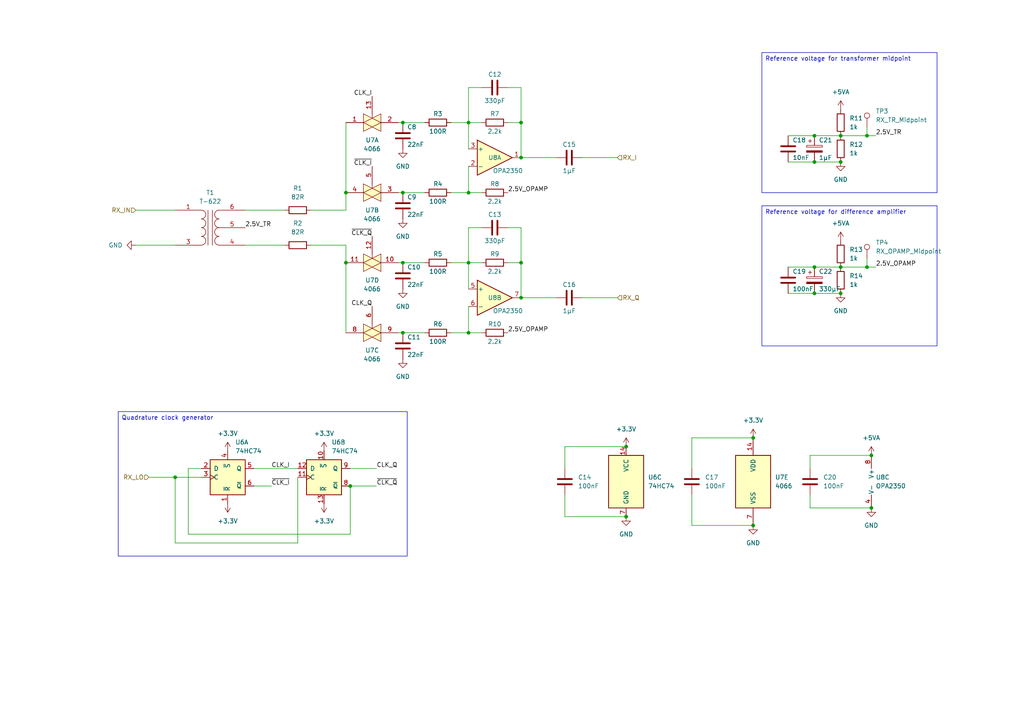
<source format=kicad_sch>
(kicad_sch (version 20231120) (generator "eeschema") (generator_version "8.0")
  (paper "A4")
  (lib_symbols
    (symbol "4xxx:4066" (pin_names (offset 1.016))
      (property "Reference" "U" (at -7.62 8.89 0))
      (property "Value" "4066" (at -7.62 -8.89 0))
      (symbol "4066_1_0"
        (polyline (pts (xy 0 1.27) (xy 0 2.54)) (stroke (width 0.1524)))
        (polyline (pts (xy -2.54 0) (xy 2.54 2.54) (xy 2.54 -2.54) (xy -2.54 0)) (fill (type background)))
        (polyline (pts (xy -2.54 2.54) (xy 2.54 0) (xy -2.54 -2.54) (xy -2.54 2.54)) (fill (type background)))
        (pin passive line (at -7.62 0 0) (length 5.08) (name "~") (number "1"))
        (pin input line (at 0 7.62 270) (length 5.08) (name "~") (number "13"))
        (pin passive line (at 7.62 0 180) (length 5.08) (name "~") (number "2"))
      )
      (symbol "4066_2_0"
        (polyline (pts (xy 0 1.27) (xy 0 2.54)) (stroke (width 0.1524)))
        (polyline (pts (xy -2.54 0) (xy 2.54 2.54) (xy 2.54 -2.54) (xy -2.54 0)) (fill (type background)))
        (polyline (pts (xy -2.54 2.54) (xy 2.54 0) (xy -2.54 -2.54) (xy -2.54 2.54)) (fill (type background)))
        (pin passive line (at 7.62 0 180) (length 5.08) (name "~") (number "3"))
        (pin passive line (at -7.62 0 0) (length 5.08) (name "~") (number "4"))
        (pin input line (at 0 7.62 270) (length 5.08) (name "~") (number "5"))
      )
      (symbol "4066_3_0"
        (polyline (pts (xy 0 1.27) (xy 0 2.54)) (stroke (width 0.1524)))
        (polyline (pts (xy -2.54 0) (xy 2.54 2.54) (xy 2.54 -2.54) (xy -2.54 0)) (fill (type background)))
        (polyline (pts (xy -2.54 2.54) (xy 2.54 0) (xy -2.54 -2.54) (xy -2.54 2.54)) (fill (type background)))
        (pin input line (at 0 7.62 270) (length 5.08) (name "~") (number "6"))
        (pin passive line (at -7.62 0 0) (length 5.08) (name "~") (number "8"))
        (pin passive line (at 7.62 0 180) (length 5.08) (name "~") (number "9"))
      )
      (symbol "4066_4_0"
        (polyline (pts (xy 0 1.27) (xy 0 2.54)) (stroke (width 0.1524)))
        (polyline (pts (xy -2.54 0) (xy 2.54 2.54) (xy 2.54 -2.54) (xy -2.54 0)) (fill (type background)))
        (polyline (pts (xy -2.54 2.54) (xy 2.54 0) (xy -2.54 -2.54) (xy -2.54 2.54)) (fill (type background)))
        (pin passive line (at 7.62 0 180) (length 5.08) (name "~") (number "10"))
        (pin passive line (at -7.62 0 0) (length 5.08) (name "~") (number "11"))
        (pin input line (at 0 7.62 270) (length 5.08) (name "~") (number "12"))
      )
      (symbol "4066_5_0"
        (pin power_in line (at 0 12.7 270) (length 5.08) (name "VDD") (number "14"))
        (pin power_in line (at 0 -12.7 90) (length 5.08) (name "VSS") (number "7"))
      )
      (symbol "4066_5_1"
        (rectangle (start -5.08 7.62) (end 5.08 -7.62) (stroke (width 0.254)) (fill (type background)))
      )
    )
    (symbol "74xx:74HC74" (pin_names (offset 1.016))
      (property "Reference" "U" (at -7.62 8.89 0))
      (property "Value" "74HC74" (at -7.62 -8.89 0))
      (symbol "74HC74_1_0"
        (pin input line (at 0 -7.62 90) (length 2.54) (name "~{R}") (number "1"))
        (pin input line (at -7.62 2.54 0) (length 2.54) (name "D") (number "2"))
        (pin input clock (at -7.62 0 0) (length 2.54) (name "C") (number "3"))
        (pin input line (at 0 7.62 270) (length 2.54) (name "~{S}") (number "4"))
        (pin output line (at 7.62 2.54 180) (length 2.54) (name "Q") (number "5"))
        (pin output line (at 7.62 -2.54 180) (length 2.54) (name "~{Q}") (number "6"))
      )
      (symbol "74HC74_1_1"
        (rectangle (start -5.08 5.08) (end 5.08 -5.08) (stroke (width 0.254)) (fill (type background)))
      )
      (symbol "74HC74_2_0"
        (pin input line (at 0 7.62 270) (length 2.54) (name "~{S}") (number "10"))
        (pin input clock (at -7.62 0 0) (length 2.54) (name "C") (number "11"))
        (pin input line (at -7.62 2.54 0) (length 2.54) (name "D") (number "12"))
        (pin input line (at 0 -7.62 90) (length 2.54) (name "~{R}") (number "13"))
        (pin output line (at 7.62 -2.54 180) (length 2.54) (name "~{Q}") (number "8"))
        (pin output line (at 7.62 2.54 180) (length 2.54) (name "Q") (number "9"))
      )
      (symbol "74HC74_2_1"
        (rectangle (start -5.08 5.08) (end 5.08 -5.08) (stroke (width 0.254)) (fill (type background)))
      )
      (symbol "74HC74_3_0"
        (pin power_in line (at 0 10.16 270) (length 2.54) (name "VCC") (number "14"))
        (pin power_in line (at 0 -10.16 90) (length 2.54) (name "GND") (number "7"))
      )
      (symbol "74HC74_3_1"
        (rectangle (start -5.08 7.62) (end 5.08 -7.62) (stroke (width 0.254)) (fill (type background)))
      )
    )
    (symbol "Amplifier_Operational:OPA2340" (pin_names (offset 0.127))
      (property "Reference" "U" (at 0 5.08 0))
      (property "Value" "OPA2340" (at 0 -5.08 0))
      (symbol "OPA2340_1_1"
        (polyline (pts (xy -5.08 5.08) (xy 5.08 0) (xy -5.08 -5.08) (xy -5.08 5.08)) (stroke (width 0.254)) (fill (type background)))
        (pin output line (at 7.62 0 180) (length 2.54) (name "~") (number "1"))
        (pin input line (at -7.62 -2.54 0) (length 2.54) (name "-") (number "2"))
        (pin input line (at -7.62 2.54 0) (length 2.54) (name "+") (number "3"))
      )
      (symbol "OPA2340_2_1"
        (polyline (pts (xy -5.08 5.08) (xy 5.08 0) (xy -5.08 -5.08) (xy -5.08 5.08)) (stroke (width 0.254)) (fill (type background)))
        (pin input line (at -7.62 2.54 0) (length 2.54) (name "+") (number "5"))
        (pin input line (at -7.62 -2.54 0) (length 2.54) (name "-") (number "6"))
        (pin output line (at 7.62 0 180) (length 2.54) (name "~") (number "7"))
      )
      (symbol "OPA2340_3_1"
        (pin power_in line (at -2.54 -7.62 90) (length 3.81) (name "V-") (number "4"))
        (pin power_in line (at -2.54 7.62 270) (length 3.81) (name "V+") (number "8"))
      )
    )
    (symbol "Connector:TestPoint" (pin_numbers hide) (pin_names (offset 0.762) hide)
      (property "Reference" "TP" (at 0 6.858 0))
      (property "Value" "TestPoint" (at 0 5.08 0))
      (symbol "TestPoint_0_1"
        (circle (center 0 3.302) (radius 0.762))
      )
      (symbol "TestPoint_1_1"
        (pin passive line (at 0 0 90) (length 2.54) (name "1") (number "1"))
      )
    )
    (symbol "Device:C" (pin_numbers hide) (pin_names (offset 0.254))
      (property "Reference" "C" (at 0.635 2.54 0))
      (property "Value" "C" (at 0.635 -2.54 0))
      (symbol "C_0_1"
        (polyline (pts (xy -2.032 -0.762) (xy 2.032 -0.762)) (stroke (width 0.508)))
        (polyline (pts (xy -2.032 0.762) (xy 2.032 0.762)) (stroke (width 0.508)))
      )
      (symbol "C_1_1"
        (pin passive line (at 0 3.81 270) (length 2.794) (name "~") (number "1"))
        (pin passive line (at 0 -3.81 90) (length 2.794) (name "~") (number "2"))
      )
    )
    (symbol "Device:C_Polarized" (pin_numbers hide) (pin_names (offset 0.254))
      (property "Reference" "C" (at 0.635 2.54 0))
      (property "Value" "C_Polarized" (at 0.635 -2.54 0))
      (symbol "C_Polarized_0_1"
        (rectangle (start -2.286 0.508) (end 2.286 1.016))
        (polyline (pts (xy -1.778 2.286) (xy -0.762 2.286)))
        (polyline (pts (xy -1.27 2.794) (xy -1.27 1.778)))
        (rectangle (start 2.286 -0.508) (end -2.286 -1.016) (fill (type outline)))
      )
      (symbol "C_Polarized_1_1"
        (pin passive line (at 0 3.81 270) (length 2.794) (name "~") (number "1"))
        (pin passive line (at 0 -3.81 90) (length 2.794) (name "~") (number "2"))
      )
    )
    (symbol "Device:R" (pin_numbers hide) (pin_names (offset 0))
      (property "Reference" "R" (at 2.032 0 90))
      (property "Value" "R" (at 0 0 90))
      (symbol "R_0_1"
        (rectangle (start -1.016 -2.54) (end 1.016 2.54) (stroke (width 0.254)))
      )
      (symbol "R_1_1"
        (pin passive line (at 0 3.81 270) (length 1.27) (name "~") (number "1"))
        (pin passive line (at 0 -3.81 90) (length 1.27) (name "~") (number "2"))
      )
    )
    (symbol "pico-sdx:Transformer_ADT1-6T+" (pin_names (offset 1.016) hide)
      (property "Reference" "T1" (at 0.0127 10.16 0))
      (property "Value" "ADT1-6T+" (at 0.0127 7.62 0))
      (symbol "Transformer_ADT1-6T+_0_1"
        (arc (start -2.54 -5.0546) (mid -1.6599 -4.6901) (end -1.27 -3.81))
        (arc (start -2.54 -2.5146) (mid -1.6599 -2.1501) (end -1.27 -1.27))
        (arc (start -2.54 0.0254) (mid -1.6599 0.3899) (end -1.27 1.27))
        (arc (start -2.54 2.5654) (mid -1.6599 2.9299) (end -1.27 3.81))
        (arc (start -1.27 -3.81) (mid -1.642 -2.912) (end -2.54 -2.54))
        (arc (start -1.27 -1.27) (mid -1.642 -0.372) (end -2.54 0))
        (arc (start -1.27 1.27) (mid -1.642 2.168) (end -2.54 2.54))
        (arc (start -1.27 3.81) (mid -1.642 4.708) (end -2.54 5.08))
        (polyline (pts (xy -0.635 5.08) (xy -0.635 -5.08)))
        (polyline (pts (xy 0.635 -5.08) (xy 0.635 5.08)))
        (arc (start 1.2954 -1.27) (mid 1.6599 -2.1501) (end 2.54 -2.5146))
        (arc (start 1.2954 1.27) (mid 1.6599 0.3899) (end 2.54 0.0254))
        (arc (start 1.2954 3.81) (mid 1.6599 2.9299) (end 2.54 2.5654))
        (arc (start 1.3208 -3.81) (mid 1.6853 -4.6901) (end 2.5654 -5.0546))
        (arc (start 2.54 0) (mid 1.642 -0.372) (end 1.2954 -1.27))
        (arc (start 2.54 2.54) (mid 1.642 2.168) (end 1.2954 1.27))
        (arc (start 2.54 5.08) (mid 1.642 4.708) (end 1.2954 3.81))
        (arc (start 2.5654 -2.54) (mid 1.6674 -2.912) (end 1.3208 -3.81))
      )
      (symbol "Transformer_ADT1-6T+_1_1"
        (pin passive line (at -10.16 5.08 0) (length 7.62) (name "Primary") (number "1"))
        (pin no_connect line (at -10.16 0 0) (length 7.62) hide (name "Not_used") (number "2"))
        (pin passive line (at -10.16 -5.08 0) (length 7.62) (name "Primary_dot") (number "3"))
        (pin passive line (at 10.16 -5.08 180) (length 7.62) (name "Secondary_dot") (number "4"))
        (pin passive line (at 10.16 0 180) (length 7.62) (name "Secondary_CT") (number "5"))
        (pin passive line (at 10.16 5.08 180) (length 7.62) (name "Secondary_dot") (number "6"))
      )
    )
    (symbol "power:+3.3V" (power) (pin_numbers hide) (pin_names (offset 0) hide)
      (property "Value" "+3.3V" (at 0 3.556 0))
      (symbol "+3.3V_0_1"
        (polyline (pts (xy -0.762 1.27) (xy 0 2.54)))
        (polyline (pts (xy 0 0) (xy 0 2.54)))
        (polyline (pts (xy 0 2.54) (xy 0.762 1.27)))
      )
      (symbol "+3.3V_1_1"
        (pin power_in line (at 0 0 90) (length 0) (name "~") (number "1"))
      )
    )
    (symbol "power:+5VA" (power) (pin_numbers hide) (pin_names (offset 0) hide)
      (property "Value" "+5VA" (at 0 3.556 0))
      (symbol "+5VA_0_1"
        (polyline (pts (xy -0.762 1.27) (xy 0 2.54)))
        (polyline (pts (xy 0 0) (xy 0 2.54)))
        (polyline (pts (xy 0 2.54) (xy 0.762 1.27)))
      )
      (symbol "+5VA_1_1"
        (pin power_in line (at 0 0 90) (length 0) (name "~") (number "1"))
      )
    )
    (symbol "power:GND" (power) (pin_numbers hide) (pin_names (offset 0) hide)
      (property "Value" "GND" (at 0 -3.81 0))
      (symbol "GND_0_1"
        (polyline (pts (xy 0 0) (xy 0 -1.27) (xy 1.27 -1.27) (xy 0 -2.54) (xy -1.27 -1.27) (xy 0 -1.27)))
      )
      (symbol "GND_1_1"
        (pin power_in line (at 0 0 270) (length 0) (name "~") (number "1"))
      )
    )
  )
  (junction (at 181.61 149.86))
  (junction (at 236.22 46.99))
  (junction (at 243.84 46.99))
  (junction (at 135.89 35.56))
  (junction (at 151.13 86.36))
  (junction (at 135.89 76.2))
  (junction (at 236.22 39.37))
  (junction (at 243.84 85.09))
  (junction (at 116.84 35.56))
  (junction (at 236.22 85.09))
  (junction (at 218.44 127))
  (junction (at 252.73 147.32))
  (junction (at 218.44 152.4))
  (junction (at 100.33 76.2))
  (junction (at 243.84 39.37))
  (junction (at 135.89 55.88))
  (junction (at 151.13 76.2))
  (junction (at 151.13 35.56))
  (junction (at 251.46 77.47))
  (junction (at 181.61 129.54))
  (junction (at 50.8 138.43))
  (junction (at 116.84 96.52))
  (junction (at 151.13 45.72))
  (junction (at 116.84 76.2))
  (junction (at 116.84 55.88))
  (junction (at 236.22 77.47))
  (junction (at 252.73 132.08))
  (junction (at 135.89 96.52))
  (junction (at 100.33 55.88))
  (junction (at 251.46 39.37))
  (junction (at 101.6 140.97))
  (junction (at 243.84 77.47))
  (wire (pts (xy 163.83 129.54) (xy 181.61 129.54)))
  (wire (pts (xy 200.66 127) (xy 200.66 135.89)))
  (wire (pts (xy 234.95 132.08) (xy 234.95 135.89)))
  (wire (pts (xy 236.22 85.09) (xy 243.84 85.09)))
  (wire (pts (xy 161.29 45.72) (xy 151.13 45.72)))
  (wire (pts (xy 73.66 140.97) (xy 78.74 140.97)))
  (wire (pts (xy 50.8 138.43) (xy 50.8 157.48)))
  (wire (pts (xy 135.89 35.56) (xy 135.89 43.18)))
  (wire (pts (xy 234.95 147.32) (xy 252.73 147.32)))
  (wire (pts (xy 39.37 60.96) (xy 50.8 60.96)))
  (wire (pts (xy 151.13 76.2) (xy 151.13 86.36)))
  (wire (pts (xy 82.55 71.12) (xy 71.12 71.12)))
  (wire (pts (xy 228.6 85.09) (xy 236.22 85.09)))
  (wire (pts (xy 130.81 35.56) (xy 135.89 35.56)))
  (wire (pts (xy 228.6 46.99) (xy 236.22 46.99)))
  (wire (pts (xy 115.57 35.56) (xy 116.84 35.56)))
  (wire (pts (xy 151.13 66.04) (xy 151.13 76.2)))
  (wire (pts (xy 115.57 55.88) (xy 116.84 55.88)))
  (wire (pts (xy 135.89 96.52) (xy 139.7 96.52)))
  (wire (pts (xy 116.84 35.56) (xy 123.19 35.56)))
  (wire (pts (xy 243.84 77.47) (xy 251.46 77.47)))
  (wire (pts (xy 200.66 152.4) (xy 218.44 152.4)))
  (wire (pts (xy 116.84 76.2) (xy 123.19 76.2)))
  (wire (pts (xy 234.95 143.51) (xy 234.95 147.32)))
  (wire (pts (xy 90.17 71.12) (xy 100.33 71.12)))
  (wire (pts (xy 100.33 71.12) (xy 100.33 76.2)))
  (wire (pts (xy 101.6 140.97) (xy 109.22 140.97)))
  (wire (pts (xy 251.46 74.93) (xy 251.46 77.47)))
  (wire (pts (xy 115.57 96.52) (xy 116.84 96.52)))
  (wire (pts (xy 100.33 55.88) (xy 100.33 60.96)))
  (wire (pts (xy 236.22 39.37) (xy 243.84 39.37)))
  (wire (pts (xy 82.55 60.96) (xy 71.12 60.96)))
  (wire (pts (xy 43.18 138.43) (xy 50.8 138.43)))
  (wire (pts (xy 90.17 60.96) (xy 100.33 60.96)))
  (wire (pts (xy 228.6 39.37) (xy 236.22 39.37)))
  (wire (pts (xy 101.6 135.89) (xy 109.22 135.89)))
  (wire (pts (xy 251.46 36.83) (xy 251.46 39.37)))
  (wire (pts (xy 251.46 39.37) (xy 254 39.37)))
  (wire (pts (xy 139.7 25.4) (xy 135.89 25.4)))
  (wire (pts (xy 147.32 25.4) (xy 151.13 25.4)))
  (wire (pts (xy 161.29 86.36) (xy 151.13 86.36)))
  (wire (pts (xy 236.22 77.47) (xy 243.84 77.47)))
  (wire (pts (xy 135.89 25.4) (xy 135.89 35.56)))
  (wire (pts (xy 135.89 88.9) (xy 135.89 96.52)))
  (wire (pts (xy 234.95 132.08) (xy 252.73 132.08)))
  (wire (pts (xy 243.84 39.37) (xy 251.46 39.37)))
  (wire (pts (xy 130.81 96.52) (xy 135.89 96.52)))
  (wire (pts (xy 179.07 86.36) (xy 168.91 86.36)))
  (wire (pts (xy 73.66 135.89) (xy 86.36 135.89)))
  (wire (pts (xy 130.81 76.2) (xy 135.89 76.2)))
  (wire (pts (xy 115.57 76.2) (xy 116.84 76.2)))
  (wire (pts (xy 200.66 143.51) (xy 200.66 152.4)))
  (wire (pts (xy 135.89 76.2) (xy 135.89 83.82)))
  (wire (pts (xy 101.6 154.94) (xy 54.61 154.94)))
  (wire (pts (xy 135.89 35.56) (xy 139.7 35.56)))
  (wire (pts (xy 135.89 55.88) (xy 130.81 55.88)))
  (wire (pts (xy 116.84 96.52) (xy 123.19 96.52)))
  (wire (pts (xy 86.36 157.48) (xy 86.36 138.43)))
  (wire (pts (xy 135.89 76.2) (xy 139.7 76.2)))
  (wire (pts (xy 163.83 143.51) (xy 163.83 149.86)))
  (wire (pts (xy 50.8 157.48) (xy 86.36 157.48)))
  (wire (pts (xy 54.61 154.94) (xy 54.61 135.89)))
  (wire (pts (xy 151.13 35.56) (xy 151.13 45.72)))
  (wire (pts (xy 251.46 77.47) (xy 254 77.47)))
  (wire (pts (xy 100.33 35.56) (xy 100.33 55.88)))
  (wire (pts (xy 54.61 135.89) (xy 58.42 135.89)))
  (wire (pts (xy 200.66 127) (xy 218.44 127)))
  (wire (pts (xy 151.13 25.4) (xy 151.13 35.56)))
  (wire (pts (xy 147.32 35.56) (xy 151.13 35.56)))
  (wire (pts (xy 39.37 71.12) (xy 50.8 71.12)))
  (wire (pts (xy 116.84 55.88) (xy 123.19 55.88)))
  (wire (pts (xy 163.83 149.86) (xy 181.61 149.86)))
  (wire (pts (xy 147.32 76.2) (xy 151.13 76.2)))
  (wire (pts (xy 228.6 77.47) (xy 236.22 77.47)))
  (wire (pts (xy 135.89 66.04) (xy 135.89 76.2)))
  (wire (pts (xy 147.32 66.04) (xy 151.13 66.04)))
  (wire (pts (xy 101.6 140.97) (xy 101.6 154.94)))
  (wire (pts (xy 139.7 66.04) (xy 135.89 66.04)))
  (wire (pts (xy 135.89 48.26) (xy 135.89 55.88)))
  (wire (pts (xy 100.33 76.2) (xy 100.33 96.52)))
  (wire (pts (xy 135.89 55.88) (xy 139.7 55.88)))
  (wire (pts (xy 236.22 46.99) (xy 243.84 46.99)))
  (wire (pts (xy 163.83 129.54) (xy 163.83 135.89)))
  (wire (pts (xy 179.07 45.72) (xy 168.91 45.72)))
  (wire (pts (xy 50.8 138.43) (xy 58.42 138.43)))
  (text_box "Quadrature clock generator" (at 34.29 119.38 0) (size 83.82 41.91) (effects (font (size 1.27 1.27)) (justify left top)))
  (text_box "Reference voltage for difference amplifier" (at 220.98 59.69 0) (size 50.8 40.64) (effects (font (size 1.27 1.27)) (justify left top)))
  (text_box "Reference voltage for transformer midpoint" (at 220.98 15.24 0) (size 50.8 40.64) (effects (font (size 1.27 1.27)) (justify left top)))
  (label "2.5V_TR" (at 254 39.37 0))
  (label "2.5V_TR" (at 71.12 66.04 0))
  (label "CLK_I" (at 107.95 27.94 180))
  (label "2.5V_OPAMP" (at 147.32 55.88 0))
  (label "2.5V_OPAMP" (at 254 77.47 0))
  (label "~{CLK_Q}" (at 109.22 140.97 0))
  (label "~{CLK_I}" (at 107.95 48.26 180))
  (label "~{CLK_I}" (at 78.74 140.97 0))
  (label "CLK_I" (at 78.74 135.89 0))
  (label "CLK_Q" (at 107.95 88.9 180))
  (label "CLK_Q" (at 109.22 135.89 0))
  (label "~{CLK_Q}" (at 107.95 68.58 180))
  (label "2.5V_OPAMP" (at 147.32 96.52 0))
  (hierarchical_label "RX_I" (shape input) (at 179.07 45.72 0))
  (hierarchical_label "RX_IN" (shape input) (at 39.37 60.96 180))
  (hierarchical_label "RX_Q" (shape input) (at 179.07 86.36 0))
  (hierarchical_label "RX_LO" (shape input) (at 43.18 138.43 180))
  (symbol (lib_id "Device:C") (at 234.95 139.7 0) (unit 1)
    (property "Reference" "C20" (at 238.76 138.43 0) (effects (justify left)))
    (property "Value" "100nF" (at 238.76 140.97 0) (effects (justify left)))
    (property "Footprint" "Capacitor_SMD:C_0603_1608Metric" (effects (hide yes)))
    (property "Description" "Unpolarized capacitor" (effects (hide yes)))
  )
  (symbol (lib_id "Device:C") (at 116.84 39.37 180) (unit 1)
    (property "Reference" "C8" (at 118.11 36.83 0) (effects (justify right)))
    (property "Value" "22nF" (at 118.11 41.91 0) (effects (justify right)))
    (property "Footprint" "Capacitor_SMD:C_0603_1608Metric" (effects (hide yes)))
    (property "Description" "Unpolarized capacitor" (effects (hide yes)))
  )
  (symbol (lib_id "power:+3.3V") (at 93.98 130.81 0) (unit 1)
    (property "Reference" "#PWR034" (effects (hide yes)))
    (property "Value" "+3.3V" (at 93.98 125.73 0))
    (property "Description" "Power symbol creates a global label with name \"+3.3V\"" (effects (hide yes)))
  )
  (symbol (lib_id "Device:C_Polarized") (at 236.22 43.18 0) (unit 1)
    (property "Reference" "C21" (at 237.49 40.64 0) (effects (justify left)))
    (property "Value" "1µF" (at 237.49 45.72 0) (effects (justify left)))
    (property "Footprint" "Capacitor_Tantalum_SMD:CP_EIA-3216-18_Kemet-A" (effects (hide yes)))
    (property "Description" "Polarized capacitor" (effects (hide yes)))
  )
  (symbol (lib_id "power:GND") (at 116.84 104.14 0) (unit 1)
    (property "Reference" "#PWR039" (effects (hide yes)))
    (property "Value" "GND" (at 116.84 109.22 0))
    (property "Description" "Power symbol creates a global label with name \"GND\" , ground" (effects (hide yes)))
  )
  (symbol (lib_id "Amplifier_Operational:OPA2340") (at 143.51 86.36 0) (unit 2)
    (property "Reference" "U8" (at 143.51 86.36 0))
    (property "Value" "OPA2350" (at 147.32 90.17 0))
    (property "Footprint" "Package_SO:SOIC-8_3.9x4.9mm_P1.27mm" (effects (hide yes)))
    (property "Datasheet" "http://www.ti.com/lit/ds/symlink/opa4340.pdf" (effects (hide yes)))
    (property "Description" "Dual Single-Supply, Rail-to-Rail Operational Amplifiers, MicroAmplifier Series, DIP-8/SOIC-8/SSOP-8" (effects (hide yes)))
  )
  (symbol (lib_id "power:GND") (at 252.73 147.32 0) (unit 1)
    (property "Reference" "#PWR049" (effects (hide yes)))
    (property "Value" "GND" (at 252.73 152.4 0))
    (property "Description" "Power symbol creates a global label with name \"GND\" , ground" (effects (hide yes)))
  )
  (symbol (lib_id "Device:C") (at 116.84 100.33 180) (unit 1)
    (property "Reference" "C11" (at 118.11 97.79 0) (effects (justify right)))
    (property "Value" "22nF" (at 118.11 102.87 0) (effects (justify right)))
    (property "Footprint" "Capacitor_SMD:C_0603_1608Metric" (effects (hide yes)))
    (property "Description" "Unpolarized capacitor" (effects (hide yes)))
  )
  (symbol (lib_id "pico-sdx:Transformer_ADT1-6T+") (at 60.96 66.04 0) (unit 1)
    (property "Reference" "T1" (at 60.9727 55.88 0))
    (property "Value" "T-622" (at 60.9727 58.42 0))
    (property "Footprint" "pico-sdx:Transformer_MiniCircuits_ADT1-6T+" (effects (hide yes)))
    (property "Description" "Transformer, single primary, split secondary" (effects (hide yes)))
  )
  (symbol (lib_id "74xx:74HC74") (at 181.61 139.7 0) (unit 3)
    (property "Reference" "U6" (at 187.96 138.43 0) (effects (justify left)))
    (property "Value" "74HC74" (at 187.96 140.97 0) (effects (justify left)))
    (property "Footprint" "Package_SO:SOIC-14_3.9x8.7mm_P1.27mm" (effects (hide yes)))
    (property "Datasheet" "74xx/74hc_hct74.pdf" (effects (hide yes)))
    (property "Description" "Dual D Flip-flop, Set & Reset" (effects (hide yes)))
  )
  (symbol (lib_id "Device:R") (at 243.84 43.18 0) (unit 1)
    (property "Reference" "R12" (at 246.38 41.91 0) (effects (justify left)))
    (property "Value" "1k" (at 246.38 44.45 0) (effects (justify left)))
    (property "Footprint" "Resistor_SMD:R_0603_1608Metric" (effects (hide yes)))
    (property "Description" "Resistor" (effects (hide yes)))
  )
  (symbol (lib_id "4xxx:4066") (at 218.44 139.7 0) (unit 5)
    (property "Reference" "U7" (at 224.79 138.43 0) (effects (justify left)))
    (property "Value" "4066" (at 224.79 140.97 0) (effects (justify left)))
    (property "Footprint" "Package_SO:SOIC-14_3.9x8.7mm_P1.27mm" (effects (hide yes)))
    (property "Datasheet" "http://www.ti.com/lit/ds/symlink/cd4066b.pdf" (effects (hide yes)))
    (property "Description" "Quad Analog Switches" (effects (hide yes)))
  )
  (symbol (lib_id "power:+3.3V") (at 218.44 127 0) (unit 1)
    (property "Reference" "#PWR042" (effects (hide yes)))
    (property "Value" "+3.3V" (at 218.44 121.92 0))
    (property "Description" "Power symbol creates a global label with name \"+3.3V\"" (effects (hide yes)))
  )
  (symbol (lib_id "Device:R") (at 127 35.56 90) (unit 1)
    (property "Reference" "R3" (at 127 33.02 90))
    (property "Value" "100R" (at 127 38.1 90))
    (property "Footprint" "Resistor_SMD:R_0603_1608Metric" (effects (hide yes)))
    (property "Description" "Resistor" (effects (hide yes)))
  )
  (symbol (lib_id "74xx:74HC74") (at 66.04 138.43 0) (unit 1)
    (property "Reference" "U6" (at 68.2341 128.27 0) (effects (justify left)))
    (property "Value" "74HC74" (at 68.2341 130.81 0) (effects (justify left)))
    (property "Footprint" "Package_SO:SOIC-14_3.9x8.7mm_P1.27mm" (effects (hide yes)))
    (property "Datasheet" "74xx/74hc_hct74.pdf" (effects (hide yes)))
    (property "Description" "Dual D Flip-flop, Set & Reset" (effects (hide yes)))
  )
  (symbol (lib_id "Device:C") (at 116.84 59.69 180) (unit 1)
    (property "Reference" "C9" (at 118.11 57.15 0) (effects (justify right)))
    (property "Value" "22nF" (at 118.11 62.23 0) (effects (justify right)))
    (property "Footprint" "Capacitor_SMD:C_0603_1608Metric" (effects (hide yes)))
    (property "Description" "Unpolarized capacitor" (effects (hide yes)))
  )
  (symbol (lib_id "power:GND") (at 243.84 85.09 0) (unit 1)
    (property "Reference" "#PWR047" (effects (hide yes)))
    (property "Value" "GND" (at 243.84 90.17 0))
    (property "Description" "Power symbol creates a global label with name \"GND\" , ground" (effects (hide yes)))
  )
  (symbol (lib_id "Device:C") (at 228.6 81.28 0) (unit 1)
    (property "Reference" "C19" (at 229.87 78.74 0) (effects (justify left)))
    (property "Value" "100nF" (at 229.87 83.82 0) (effects (justify left)))
    (property "Footprint" "Capacitor_SMD:C_0603_1608Metric" (effects (hide yes)))
    (property "Description" "Unpolarized capacitor" (effects (hide yes)))
  )
  (symbol (lib_id "74xx:74HC74") (at 93.98 138.43 0) (unit 2)
    (property "Reference" "U6" (at 96.1741 128.27 0) (effects (justify left)))
    (property "Value" "74HC74" (at 96.1741 130.81 0) (effects (justify left)))
    (property "Footprint" "Package_SO:SOIC-14_3.9x8.7mm_P1.27mm" (effects (hide yes)))
    (property "Datasheet" "74xx/74hc_hct74.pdf" (effects (hide yes)))
    (property "Description" "Dual D Flip-flop, Set & Reset" (effects (hide yes)))
  )
  (symbol (lib_id "Device:C") (at 228.6 43.18 0) (unit 1)
    (property "Reference" "C18" (at 229.87 40.64 0) (effects (justify left)))
    (property "Value" "10nF" (at 229.87 45.72 0) (effects (justify left)))
    (property "Footprint" "Capacitor_SMD:C_0603_1608Metric" (effects (hide yes)))
    (property "Description" "Unpolarized capacitor" (effects (hide yes)))
  )
  (symbol (lib_id "power:GND") (at 116.84 83.82 0) (unit 1)
    (property "Reference" "#PWR038" (effects (hide yes)))
    (property "Value" "GND" (at 116.84 88.9 0))
    (property "Description" "Power symbol creates a global label with name \"GND\" , ground" (effects (hide yes)))
  )
  (symbol (lib_id "power:+3.3V") (at 66.04 130.81 0) (unit 1)
    (property "Reference" "#PWR032" (effects (hide yes)))
    (property "Value" "+3.3V" (at 66.04 125.73 0))
    (property "Description" "Power symbol creates a global label with name \"+3.3V\"" (effects (hide yes)))
  )
  (symbol (lib_id "Device:C") (at 165.1 45.72 270) (unit 1)
    (property "Reference" "C15" (at 165.1 41.91 90))
    (property "Value" "1µF" (at 165.1 49.53 90))
    (property "Footprint" "Capacitor_SMD:C_0603_1608Metric" (effects (hide yes)))
    (property "Description" "Unpolarized capacitor" (effects (hide yes)))
  )
  (symbol (lib_id "power:+5VA") (at 243.84 31.75 0) (unit 1)
    (property "Reference" "#PWR044" (effects (hide yes)))
    (property "Value" "+5VA" (at 243.84 26.67 0))
    (property "Description" "Power symbol creates a global label with name \"+5VA\"" (effects (hide yes)))
  )
  (symbol (lib_id "4xxx:4066") (at 107.95 96.52 0) (unit 3)
    (property "Reference" "U7" (at 107.95 101.6 0))
    (property "Value" "4066" (at 107.95 104.14 0))
    (property "Footprint" "Package_SO:SOIC-14_3.9x8.7mm_P1.27mm" (effects (hide yes)))
    (property "Datasheet" "http://www.ti.com/lit/ds/symlink/cd4066b.pdf" (effects (hide yes)))
    (property "Description" "Quad Analog Switches" (effects (hide yes)))
  )
  (symbol (lib_id "Device:C") (at 165.1 86.36 270) (unit 1)
    (property "Reference" "C16" (at 165.1 82.55 90))
    (property "Value" "1µF" (at 165.1 90.17 90))
    (property "Footprint" "Capacitor_SMD:C_0603_1608Metric" (effects (hide yes)))
    (property "Description" "Unpolarized capacitor" (effects (hide yes)))
  )
  (symbol (lib_id "Device:R") (at 143.51 96.52 90) (mirror x) (unit 1)
    (property "Reference" "R10" (at 143.51 93.98 90))
    (property "Value" "2.2k" (at 143.51 99.06 90))
    (property "Footprint" "Resistor_SMD:R_0603_1608Metric" (effects (hide yes)))
    (property "Description" "Resistor" (effects (hide yes)))
  )
  (symbol (lib_id "Device:R") (at 143.51 76.2 90) (unit 1)
    (property "Reference" "R9" (at 143.51 73.66 90))
    (property "Value" "2.2k" (at 143.51 78.74 90))
    (property "Footprint" "Resistor_SMD:R_0603_1608Metric" (effects (hide yes)))
    (property "Description" "Resistor" (effects (hide yes)))
  )
  (symbol (lib_id "power:GND") (at 243.84 46.99 0) (unit 1)
    (property "Reference" "#PWR045" (effects (hide yes)))
    (property "Value" "GND" (at 243.84 52.07 0))
    (property "Description" "Power symbol creates a global label with name \"GND\" , ground" (effects (hide yes)))
  )
  (symbol (lib_id "Device:R") (at 127 55.88 90) (mirror x) (unit 1)
    (property "Reference" "R4" (at 127 53.34 90))
    (property "Value" "100R" (at 127 58.42 90))
    (property "Footprint" "Resistor_SMD:R_0603_1608Metric" (effects (hide yes)))
    (property "Description" "Resistor" (effects (hide yes)))
  )
  (symbol (lib_id "Device:C") (at 143.51 66.04 270) (unit 1)
    (property "Reference" "C13" (at 143.51 62.23 90))
    (property "Value" "330pF" (at 143.51 69.85 90))
    (property "Footprint" "Capacitor_SMD:C_0603_1608Metric" (effects (hide yes)))
    (property "Description" "Unpolarized capacitor" (effects (hide yes)))
  )
  (symbol (lib_id "Device:R") (at 143.51 35.56 90) (unit 1)
    (property "Reference" "R7" (at 143.51 33.02 90))
    (property "Value" "2.2k" (at 143.51 38.1 90))
    (property "Footprint" "Resistor_SMD:R_0603_1608Metric" (effects (hide yes)))
    (property "Description" "Resistor" (effects (hide yes)))
  )
  (symbol (lib_id "power:+5VA") (at 243.84 69.85 0) (unit 1)
    (property "Reference" "#PWR046" (effects (hide yes)))
    (property "Value" "+5VA" (at 243.84 64.77 0))
    (property "Description" "Power symbol creates a global label with name \"+5VA\"" (effects (hide yes)))
  )
  (symbol (lib_id "power:GND") (at 39.37 71.12 270) (unit 1)
    (property "Reference" "#PWR031" (effects (hide yes)))
    (property "Value" "GND" (at 35.56 71.12 90) (effects (justify right)))
    (property "Description" "Power symbol creates a global label with name \"GND\" , ground" (effects (hide yes)))
  )
  (symbol (lib_id "Device:R") (at 86.36 71.12 90) (unit 1)
    (property "Reference" "R2" (at 86.36 64.77 90))
    (property "Value" "82R" (at 86.36 67.31 90))
    (property "Footprint" "Resistor_SMD:R_0603_1608Metric" (effects (hide yes)))
    (property "Description" "Resistor" (effects (hide yes)))
  )
  (symbol (lib_id "power:+3.3V") (at 181.61 129.54 0) (unit 1)
    (property "Reference" "#PWR040" (effects (hide yes)))
    (property "Value" "+3.3V" (at 181.61 124.46 0))
    (property "Description" "Power symbol creates a global label with name \"+3.3V\"" (effects (hide yes)))
  )
  (symbol (lib_id "power:GND") (at 218.44 152.4 0) (unit 1)
    (property "Reference" "#PWR043" (effects (hide yes)))
    (property "Value" "GND" (at 218.44 157.48 0))
    (property "Description" "Power symbol creates a global label with name \"GND\" , ground" (effects (hide yes)))
  )
  (symbol (lib_id "Device:C") (at 163.83 139.7 0) (unit 1)
    (property "Reference" "C14" (at 167.64 138.43 0) (effects (justify left)))
    (property "Value" "100nF" (at 167.64 140.97 0) (effects (justify left)))
    (property "Footprint" "Capacitor_SMD:C_0603_1608Metric" (effects (hide yes)))
    (property "Description" "Unpolarized capacitor" (effects (hide yes)))
  )
  (symbol (lib_id "Device:R") (at 143.51 55.88 90) (mirror x) (unit 1)
    (property "Reference" "R8" (at 143.51 53.34 90))
    (property "Value" "2.2k" (at 143.51 58.42 90))
    (property "Footprint" "Resistor_SMD:R_0603_1608Metric" (effects (hide yes)))
    (property "Description" "Resistor" (effects (hide yes)))
  )
  (symbol (lib_id "power:GND") (at 116.84 63.5 0) (unit 1)
    (property "Reference" "#PWR037" (effects (hide yes)))
    (property "Value" "GND" (at 116.84 68.58 0))
    (property "Description" "Power symbol creates a global label with name \"GND\" , ground" (effects (hide yes)))
  )
  (symbol (lib_id "Connector:TestPoint") (at 251.46 74.93 0) (unit 1)
    (property "Reference" "TP4" (at 254 70.3579 0) (effects (justify left)))
    (property "Value" "RX_OPAMP_Midpoint" (at 254 72.8979 0) (effects (justify left)))
    (property "Footprint" "TestPoint:TestPoint_Loop_D1.80mm_Drill1.0mm_Beaded" (effects (hide yes)))
    (property "Description" "test point" (effects (hide yes)))
  )
  (symbol (lib_id "Device:C_Polarized") (at 236.22 81.28 0) (unit 1)
    (property "Reference" "C22" (at 237.49 78.74 0) (effects (justify left)))
    (property "Value" "330µF" (at 237.49 83.82 0) (effects (justify left)))
    (property "Footprint" "Capacitor_THT:C_Radial_D6.3mm_H11.0mm_P2.50mm" (effects (hide yes)))
    (property "Description" "Polarized capacitor" (effects (hide yes)))
  )
  (symbol (lib_id "power:GND") (at 116.84 43.18 0) (unit 1)
    (property "Reference" "#PWR036" (effects (hide yes)))
    (property "Value" "GND" (at 116.84 48.26 0))
    (property "Description" "Power symbol creates a global label with name \"GND\" , ground" (effects (hide yes)))
  )
  (symbol (lib_id "Connector:TestPoint") (at 251.46 36.83 0) (unit 1)
    (property "Reference" "TP3" (at 254 32.2579 0) (effects (justify left)))
    (property "Value" "RX_TR_Midpoint" (at 254 34.7979 0) (effects (justify left)))
    (property "Footprint" "TestPoint:TestPoint_Loop_D1.80mm_Drill1.0mm_Beaded" (effects (hide yes)))
    (property "Description" "test point" (effects (hide yes)))
  )
  (symbol (lib_id "Device:R") (at 127 96.52 90) (unit 1)
    (property "Reference" "R6" (at 127 93.98 90))
    (property "Value" "100R" (at 127 99.06 90))
    (property "Footprint" "Resistor_SMD:R_0603_1608Metric" (effects (hide yes)))
    (property "Description" "Resistor" (effects (hide yes)))
  )
  (symbol (lib_id "4xxx:4066") (at 107.95 55.88 0) (unit 2)
    (property "Reference" "U7" (at 107.95 60.96 0))
    (property "Value" "4066" (at 107.95 63.5 0))
    (property "Footprint" "Package_SO:SOIC-14_3.9x8.7mm_P1.27mm" (effects (hide yes)))
    (property "Datasheet" "http://www.ti.com/lit/ds/symlink/cd4066b.pdf" (effects (hide yes)))
    (property "Description" "Quad Analog Switches" (effects (hide yes)))
  )
  (symbol (lib_id "Amplifier_Operational:OPA2340") (at 143.51 45.72 0) (unit 1)
    (property "Reference" "U8" (at 143.51 45.72 0))
    (property "Value" "OPA2350" (at 147.32 49.53 0))
    (property "Footprint" "Package_SO:SOIC-8_3.9x4.9mm_P1.27mm" (effects (hide yes)))
    (property "Datasheet" "http://www.ti.com/lit/ds/symlink/opa4340.pdf" (effects (hide yes)))
    (property "Description" "Dual Single-Supply, Rail-to-Rail Operational Amplifiers, MicroAmplifier Series, DIP-8/SOIC-8/SSOP-8" (effects (hide yes)))
  )
  (symbol (lib_id "Device:R") (at 243.84 73.66 0) (unit 1)
    (property "Reference" "R13" (at 246.38 72.39 0) (effects (justify left)))
    (property "Value" "1k" (at 246.38 74.93 0) (effects (justify left)))
    (property "Footprint" "Resistor_SMD:R_0603_1608Metric" (effects (hide yes)))
    (property "Description" "Resistor" (effects (hide yes)))
  )
  (symbol (lib_id "Device:C") (at 143.51 25.4 270) (unit 1)
    (property "Reference" "C12" (at 143.51 21.59 90))
    (property "Value" "330pF" (at 143.51 29.21 90))
    (property "Footprint" "Capacitor_SMD:C_0603_1608Metric" (effects (hide yes)))
    (property "Description" "Unpolarized capacitor" (effects (hide yes)))
  )
  (symbol (lib_id "4xxx:4066") (at 107.95 76.2 0) (unit 4)
    (property "Reference" "U7" (at 107.95 81.28 0))
    (property "Value" "4066" (at 107.95 83.82 0))
    (property "Footprint" "Package_SO:SOIC-14_3.9x8.7mm_P1.27mm" (effects (hide yes)))
    (property "Datasheet" "http://www.ti.com/lit/ds/symlink/cd4066b.pdf" (effects (hide yes)))
    (property "Description" "Quad Analog Switches" (effects (hide yes)))
  )
  (symbol (lib_id "power:+3.3V") (at 66.04 146.05 180) (unit 1)
    (property "Reference" "#PWR033" (effects (hide yes)))
    (property "Value" "+3.3V" (at 66.04 151.13 0))
    (property "Description" "Power symbol creates a global label with name \"+3.3V\"" (effects (hide yes)))
  )
  (symbol (lib_id "power:+3.3V") (at 93.98 146.05 180) (unit 1)
    (property "Reference" "#PWR035" (effects (hide yes)))
    (property "Value" "+3.3V" (at 93.98 151.13 0))
    (property "Description" "Power symbol creates a global label with name \"+3.3V\"" (effects (hide yes)))
  )
  (symbol (lib_id "power:GND") (at 181.61 149.86 0) (unit 1)
    (property "Reference" "#PWR041" (effects (hide yes)))
    (property "Value" "GND" (at 181.61 154.94 0))
    (property "Description" "Power symbol creates a global label with name \"GND\" , ground" (effects (hide yes)))
  )
  (symbol (lib_id "4xxx:4066") (at 107.95 35.56 0) (unit 1)
    (property "Reference" "U7" (at 107.95 40.64 0))
    (property "Value" "4066" (at 107.95 43.18 0))
    (property "Footprint" "Package_SO:SOIC-14_3.9x8.7mm_P1.27mm" (effects (hide yes)))
    (property "Datasheet" "http://www.ti.com/lit/ds/symlink/cd4066b.pdf" (effects (hide yes)))
    (property "Description" "Quad Analog Switches" (effects (hide yes)))
  )
  (symbol (lib_id "Device:R") (at 86.36 60.96 90) (unit 1)
    (property "Reference" "R1" (at 86.36 54.61 90))
    (property "Value" "82R" (at 86.36 57.15 90))
    (property "Footprint" "Resistor_SMD:R_0603_1608Metric" (effects (hide yes)))
    (property "Description" "Resistor" (effects (hide yes)))
  )
  (symbol (lib_id "power:+5VA") (at 252.73 132.08 0) (unit 1)
    (property "Reference" "#PWR048" (effects (hide yes)))
    (property "Value" "+5VA" (at 252.73 127 0))
    (property "Description" "Power symbol creates a global label with name \"+5VA\"" (effects (hide yes)))
  )
  (symbol (lib_id "Amplifier_Operational:OPA2340") (at 255.27 139.7 0) (unit 3)
    (property "Reference" "U8" (at 254 138.43 0) (effects (justify left)))
    (property "Value" "OPA2350" (at 254 140.97 0) (effects (justify left)))
    (property "Footprint" "Package_SO:SOIC-8_3.9x4.9mm_P1.27mm" (effects (hide yes)))
    (property "Datasheet" "http://www.ti.com/lit/ds/symlink/opa4340.pdf" (effects (hide yes)))
    (property "Description" "Dual Single-Supply, Rail-to-Rail Operational Amplifiers, MicroAmplifier Series, DIP-8/SOIC-8/SSOP-8" (effects (hide yes)))
  )
  (symbol (lib_id "Device:R") (at 243.84 81.28 0) (unit 1)
    (property "Reference" "R14" (at 246.38 80.01 0) (effects (justify left)))
    (property "Value" "1k" (at 246.38 82.55 0) (effects (justify left)))
    (property "Footprint" "Resistor_SMD:R_0603_1608Metric" (effects (hide yes)))
    (property "Description" "Resistor" (effects (hide yes)))
  )
  (symbol (lib_id "Device:C") (at 116.84 80.01 180) (unit 1)
    (property "Reference" "C10" (at 118.11 77.47 0) (effects (justify right)))
    (property "Value" "22nF" (at 118.11 82.55 0) (effects (justify right)))
    (property "Footprint" "Capacitor_SMD:C_0603_1608Metric" (effects (hide yes)))
    (property "Description" "Unpolarized capacitor" (effects (hide yes)))
  )
  (symbol (lib_id "Device:R") (at 127 76.2 90) (mirror x) (unit 1)
    (property "Reference" "R5" (at 127 73.66 90))
    (property "Value" "100R" (at 127 78.74 90))
    (property "Footprint" "Resistor_SMD:R_0603_1608Metric" (effects (hide yes)))
    (property "Description" "Resistor" (effects (hide yes)))
  )
  (symbol (lib_id "Device:C") (at 200.66 139.7 0) (unit 1)
    (property "Reference" "C17" (at 204.47 138.43 0) (effects (justify left)))
    (property "Value" "100nF" (at 204.47 140.97 0) (effects (justify left)))
    (property "Footprint" "Capacitor_SMD:C_0603_1608Metric" (effects (hide yes)))
    (property "Description" "Unpolarized capacitor" (effects (hide yes)))
  )
  (symbol (lib_id "Device:R") (at 243.84 35.56 0) (unit 1)
    (property "Reference" "R11" (at 246.38 34.29 0) (effects (justify left)))
    (property "Value" "1k" (at 246.38 36.83 0) (effects (justify left)))
    (property "Footprint" "Resistor_SMD:R_0603_1608Metric" (effects (hide yes)))
    (property "Description" "Resistor" (effects (hide yes)))
  )
)
</source>
